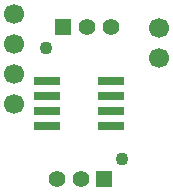
<source format=gbr>
G04 DipTrace 3.2.0.0*
G04 TopMask.gbr*
%MOMM*%
G04 #@! TF.FileFunction,Soldermask,Top*
G04 #@! TF.Part,Single*
%ADD23C,1.1*%
%ADD29C,1.7*%
%ADD31R,2.2X0.8*%
%ADD35C,1.4*%
%ADD37R,1.4X1.4*%
%FSLAX35Y35*%
G04*
G71*
G90*
G75*
G01*
G04 TopMask*
%LPD*%
D37*
X1990793Y1273177D3*
D35*
X1790793D3*
X1590793D3*
D23*
X2140793Y1443177D3*
D37*
X1646173Y2557653D3*
D35*
X1846173D3*
X2046173D3*
D23*
X1496173Y2387653D3*
D31*
X1506467Y2101390D3*
Y1974390D3*
Y1847390D3*
Y1720390D3*
X2046467D3*
Y1847390D3*
Y1974390D3*
Y2101390D3*
D29*
X1228600Y2668780D3*
Y2414780D3*
Y2160780D3*
Y1906780D3*
X2457730Y2300220D3*
Y2554220D3*
M02*

</source>
